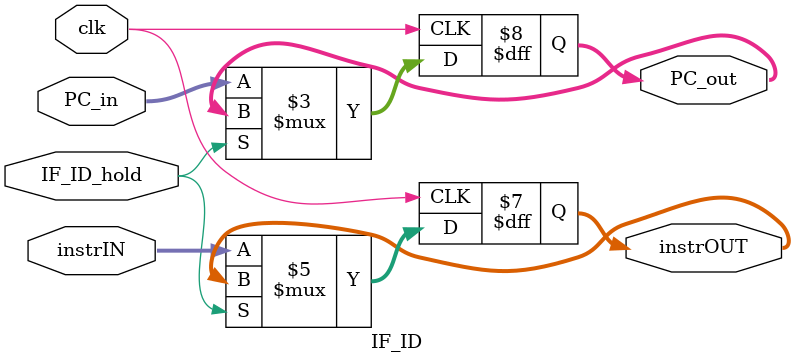
<source format=v>
module IF_ID(clk, IF_ID_hold, instrIN, PC_in, PC_out, instrOUT);
input clk, IF_ID_hold;
input [31:0] instrIN, PC_in;
output [31:0] instrOUT, PC_out;

always @(posedge clk) begin
    if(~IF_ID_hold) begin
        instrOUT <= instrIN;
        PC_out <= PC_in;
    end
end
endmodule
</source>
